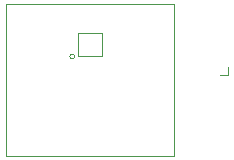
<source format=gto>
G04 #@! TF.GenerationSoftware,KiCad,Pcbnew,8.0.1-8.0.1-0~ubuntu20.04.1*
G04 #@! TF.CreationDate,2024-06-12T16:16:25+01:00*
G04 #@! TF.ProjectId,smolpad,736d6f6c-7061-4642-9e6b-696361645f70,rev?*
G04 #@! TF.SameCoordinates,Original*
G04 #@! TF.FileFunction,Legend,Top*
G04 #@! TF.FilePolarity,Positive*
%FSLAX46Y46*%
G04 Gerber Fmt 4.6, Leading zero omitted, Abs format (unit mm)*
G04 Created by KiCad (PCBNEW 8.0.1-8.0.1-0~ubuntu20.04.1) date 2024-06-12 16:16:25*
%MOMM*%
%LPD*%
G01*
G04 APERTURE LIST*
%ADD10C,0.120000*%
%ADD11C,0.100000*%
G04 APERTURE END LIST*
D10*
X39000000Y-36000000D02*
X41000000Y-36000000D01*
X39000000Y-38000000D02*
X39000000Y-36000000D01*
X41000000Y-36000000D02*
X41000000Y-37950000D01*
X41000000Y-37950000D02*
X41000000Y-38000000D01*
X41000000Y-38000000D02*
X39000000Y-38000000D01*
X38706155Y-38000000D02*
G75*
G02*
X38293845Y-38000000I-206155J0D01*
G01*
X38293845Y-38000000D02*
G75*
G02*
X38706155Y-38000000I206155J0D01*
G01*
D11*
X32900000Y-33600000D02*
X47100000Y-33600000D01*
X47100000Y-46400000D01*
X32900000Y-46400000D01*
X32900000Y-33600000D01*
D10*
X51670000Y-38940000D02*
X51670000Y-39575000D01*
X51670000Y-39575000D02*
X51035000Y-39575000D01*
M02*

</source>
